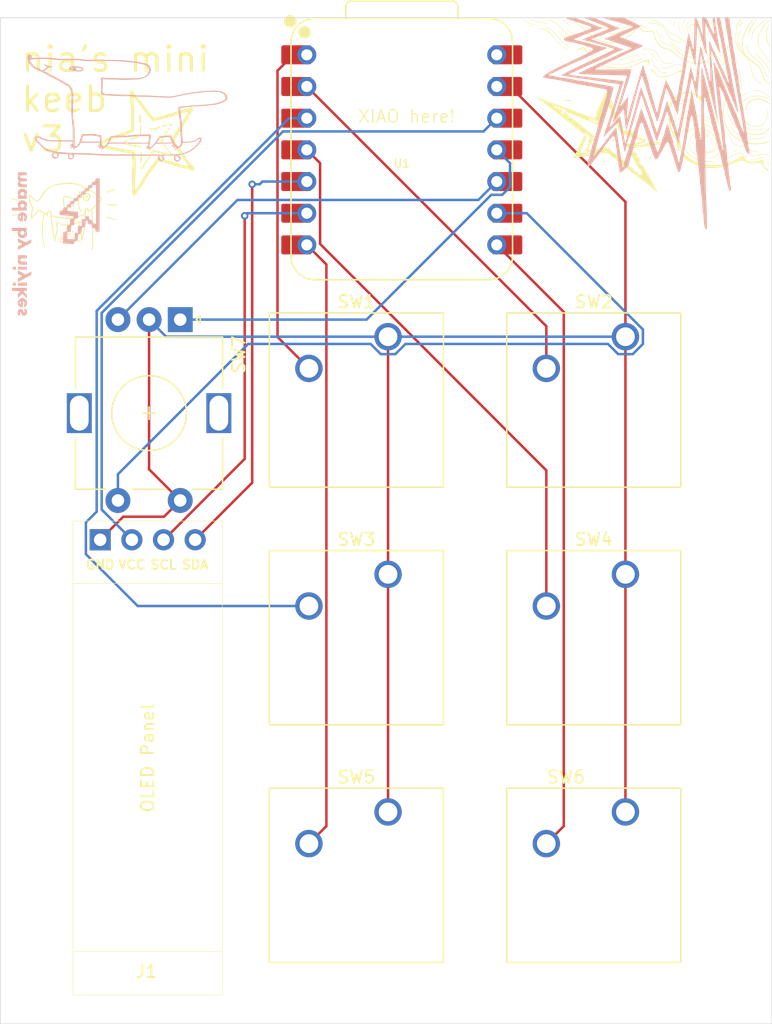
<source format=kicad_pcb>
(kicad_pcb (version 20241229) (generator "pcbnew") (generator_version "9.0")
  (layers (0 "F.Cu" signal) (2 "B.Cu" signal) (13 "F.Paste" user) (15 "B.Paste" user) (5 "F.SilkS" user "F.Silkscreen") (7 "B.SilkS" user "B.Silkscreen") (1 "F.Mask" user) (3 "B.Mask" user) (25 "Edge.Cuts" user))
  (net 0 "")
  (net 1 "Net-(J1-Pin_3)")
  (net 2 "Net-(J1-Pin_4)")
  (net 3 "+5V")
  (net 4 "GND")
  (net 5 "Net-(J1-Pin_2)")
  (net 6 "Net-(U1-GPIO26{slash}ADC0{slash}A0)")
  (net 7 "Net-(U1-GPIO2{slash}SCK)")
  (net 8 "Net-(U1-GPIO4{slash}MISO)")
  (net 9 "Net-(U1-GPIO3{slash}MOSI)")
  (net 10 "Net-(U1-GPIO0{slash}TX)")
  (net 11 "Net-(U1-GPIO27{slash}ADC1{slash}A1)")
  (net 12 "Net-(U1-GPIO28{slash}ADC2{slash}A2)")
  (net 13 "Net-(U1-GPIO29{slash}ADC3{slash}A3)")
  (net 14 "Net-(U1-GPIO1{slash}RX)")
  (footprint "Button_Switch_Keyboard:SW_Cherry_MX_1.00u_PCB" (layer "F.Cu") (at 93.0275 109.22)
    (property "Reference" "SW2" (at -2.54 -2.794 0) (layer "F.SilkS"))
    (property "Value" "SW_Push")
    (pad "" np_thru_hole circle (at -7.62 5.08) (size 1.7 1.7) (drill 1.7) (layers "*.Cu" "*.Mask"))
    (pad "" np_thru_hole circle (at -2.54 5.08) (size 4 4) (drill 4) (layers "*.Cu" "*.Mask"))
    (pad "" np_thru_hole circle (at 2.54 5.08) (size 1.7 1.7) (drill 1.7) (layers "*.Cu" "*.Mask"))
    (pad "1" thru_hole circle (at 0 0) (size 2.2 2.2) (drill 1.5) (layers "*.Cu" "*.Mask") (net 4 "GND"))
    (pad "2" thru_hole circle (at -6.35 2.54) (size 2.2 2.2) (drill 1.5) (layers "*.Cu" "*.Mask") (net 11 "Net-(U1-GPIO27{slash}ADC1{slash}A1)"))
  )
  (footprint "silkscreen images:st1" (layer "F.Cu") (at 91.501702 93.290547 -90)
    (property "Reference" "G***" (hide yes))
    (property "Value" "LOGO" (hide yes))
  )
  (footprint "Button_Switch_Keyboard:SW_Cherry_MX_1.00u_PCB" (layer "F.Cu") (at 93.0275 147.32)
    (property "Reference" "SW6" (at -4.7625 -2.794 0) (layer "F.SilkS"))
    (property "Value" "SW_Push")
    (pad "" np_thru_hole circle (at -7.62 5.08) (size 1.7 1.7) (drill 1.7) (layers "*.Cu" "*.Mask"))
    (pad "" np_thru_hole circle (at -2.54 5.08) (size 4 4) (drill 4) (layers "*.Cu" "*.Mask"))
    (pad "" np_thru_hole circle (at 2.54 5.08) (size 1.7 1.7) (drill 1.7) (layers "*.Cu" "*.Mask"))
    (pad "1" thru_hole circle (at 0 0) (size 2.2 2.2) (drill 1.5) (layers "*.Cu" "*.Mask") (net 4 "GND"))
    (pad "2" thru_hole circle (at -6.35 2.54) (size 2.2 2.2) (drill 1.5) (layers "*.Cu" "*.Mask") (net 14 "Net-(U1-GPIO1{slash}RX)"))
  )
  (footprint "Button_Switch_Keyboard:SW_Cherry_MX_1.00u_PCB" (layer "F.Cu") (at 93.0275 128.27)
    (property "Reference" "SW4" (at -2.54 -2.794 0) (layer "F.SilkS"))
    (property "Value" "SW_Push")
    (pad "" np_thru_hole circle (at -7.62 5.08) (size 1.7 1.7) (drill 1.7) (layers "*.Cu" "*.Mask"))
    (pad "" np_thru_hole circle (at -2.54 5.08) (size 4 4) (drill 4) (layers "*.Cu" "*.Mask"))
    (pad "" np_thru_hole circle (at 2.54 5.08) (size 1.7 1.7) (drill 1.7) (layers "*.Cu" "*.Mask"))
    (pad "1" thru_hole circle (at 0 0) (size 2.2 2.2) (drill 1.5) (layers "*.Cu" "*.Mask") (net 4 "GND"))
    (pad "2" thru_hole circle (at -6.35 2.54) (size 2.2 2.2) (drill 1.5) (layers "*.Cu" "*.Mask") (net 13 "Net-(U1-GPIO29{slash}ADC3{slash}A3)"))
  )
  (footprint "Rotary_Encoder:RotaryEncoder_Alps_EC11E-Switch_Vertical_H20mm" (layer "F.Cu") (at 57.3 107.85 -90)
    (property "Reference" "SW7" (at 2.8 -4.7 90) (layer "F.SilkS"))
    (property "Value" "RotaryEncoder_Switch")
    (pad "A" thru_hole rect (at 0 0 270) (size 2 2) (drill 1) (layers "*.Cu" "*.Mask") (net 9 "Net-(U1-GPIO3{slash}MOSI)"))
    (pad "B" thru_hole circle (at 0 5 270) (size 2 2) (drill 1) (layers "*.Cu" "*.Mask") (net 8 "Net-(U1-GPIO4{slash}MISO)"))
    (pad "C" thru_hole circle (at 0 2.5 270) (size 2 2) (drill 1) (layers "*.Cu" "*.Mask") (net 4 "GND"))
    (pad "MP" thru_hole rect (at 7.5 -3.1 270) (size 3.2 2) (drill oval 2.8 1.5) (layers "*.Cu" "*.Mask"))
    (pad "MP" thru_hole rect (at 7.5 8.1 270) (size 3.2 2) (drill oval 2.8 1.5) (layers "*.Cu" "*.Mask"))
    (pad "S1" thru_hole circle (at 14.5 5 270) (size 2 2) (drill 1) (layers "*.Cu" "*.Mask") (net 7 "Net-(U1-GPIO2{slash}SCK)"))
    (pad "S2" thru_hole circle (at 14.5 0 270) (size 2 2) (drill 1) (layers "*.Cu" "*.Mask") (net 4 "GND"))
  )
  (footprint "silkscreen images:corner1" (layer "F.Cu") (at 94.6 89.9 90)
    (property "Reference" "G***" (hide yes))
    (property "Value" "LOGO" (hide yes))
  )
  (footprint "Button_Switch_Keyboard:SW_Cherry_MX_1.00u_PCB" (layer "F.Cu") (at 73.9775 128.27)
    (property "Reference" "SW3" (at -2.54 -2.794 0) (layer "F.SilkS"))
    (property "Value" "SW_Push")
    (pad "" np_thru_hole circle (at -7.62 5.08) (size 1.7 1.7) (drill 1.7) (layers "*.Cu" "*.Mask"))
    (pad "" np_thru_hole circle (at -2.54 5.08) (size 4 4) (drill 4) (layers "*.Cu" "*.Mask"))
    (pad "" np_thru_hole circle (at 2.54 5.08) (size 1.7 1.7) (drill 1.7) (layers "*.Cu" "*.Mask"))
    (pad "1" thru_hole circle (at 0 0) (size 2.2 2.2) (drill 1.5) (layers "*.Cu" "*.Mask") (net 4 "GND"))
    (pad "2" thru_hole circle (at -6.35 2.54) (size 2.2 2.2) (drill 1.5) (layers "*.Cu" "*.Mask") (net 12 "Net-(U1-GPIO28{slash}ADC2{slash}A2)"))
  )
  (footprint "silkscreen images:cat final" (layer "F.Cu") (at 48.1 98.7)
    (property "Reference" "G***" (hide yes))
    (property "Value" "LOGO" (hide yes))
  )
  (footprint "Button_Switch_Keyboard:SW_Cherry_MX_1.00u_PCB" (layer "F.Cu") (at 73.9775 147.32)
    (property "Reference" "SW5" (at -2.54 -2.794 0) (layer "F.SilkS"))
    (property "Value" "SW_Push")
    (pad "" np_thru_hole circle (at -7.62 5.08) (size 1.7 1.7) (drill 1.7) (layers "*.Cu" "*.Mask"))
    (pad "" np_thru_hole circle (at -2.54 5.08) (size 4 4) (drill 4) (layers "*.Cu" "*.Mask"))
    (pad "" np_thru_hole circle (at 2.54 5.08) (size 1.7 1.7) (drill 1.7) (layers "*.Cu" "*.Mask"))
    (pad "1" thru_hole circle (at 0 0) (size 2.2 2.2) (drill 1.5) (layers "*.Cu" "*.Mask") (net 4 "GND"))
    (pad "2" thru_hole circle (at -6.35 2.54) (size 2.2 2.2) (drill 1.5) (layers "*.Cu" "*.Mask") (net 10 "Net-(U1-GPIO0{slash}TX)"))
  )
  (footprint "silkscreen images:st2" (layer "F.Cu") (at 54.4 93.1)
    (property "Reference" "G***" (hide yes))
    (property "Value" "LOGO" (hide yes))
  )
  (footprint "Button_Switch_Keyboard:SW_Cherry_MX_1.00u_PCB" (layer "F.Cu") (at 73.9775 109.22)
    (property "Reference" "SW1" (at -2.54 -2.794 0) (layer "F.SilkS"))
    (property "Value" "SW_Push")
    (pad "" np_thru_hole circle (at -7.62 5.08) (size 1.7 1.7) (drill 1.7) (layers "*.Cu" "*.Mask"))
    (pad "" np_thru_hole circle (at -2.54 5.08) (size 4 4) (drill 4) (layers "*.Cu" "*.Mask"))
    (pad "" np_thru_hole circle (at 2.54 5.08) (size 1.7 1.7) (drill 1.7) (layers "*.Cu" "*.Mask"))
    (pad "1" thru_hole circle (at 0 0) (size 2.2 2.2) (drill 1.5) (layers "*.Cu" "*.Mask") (net 4 "GND"))
    (pad "2" thru_hole circle (at -6.35 2.54) (size 2.2 2.2) (drill 1.5) (layers "*.Cu" "*.Mask") (net 6 "Net-(U1-GPIO26{slash}ADC0{slash}A0)"))
  )
  (footprint "Seeed Studio XIAO Series Library:XIAO-RP2040-DIP" (layer "F.Cu") (at 75.08 94.24)
    (property "Reference" "U1" (at 0 1.10025 0) (layer "F.SilkS") (effects (font (size 0.635 0.635) (thickness 0.1016))))
    (property "Value" "XIAO-RP2040-DIP")
    (pad "1" smd roundrect (at -8.455 -7.62 180) (size 2.432 1.524) (layers "F.Cu" "F.Mask") (roundrect_rratio 0.1) (net 6 "Net-(U1-GPIO26{slash}ADC0{slash}A0)"))
    (pad "1" thru_hole circle (at -7.62 -7.62 180) (size 1.524 1.524) (drill 0.889) (layers "*.Cu" "*.Mask") (net 6 "Net-(U1-GPIO26{slash}ADC0{slash}A0)"))
    (pad "2" smd roundrect (at -8.455 -5.08 180) (size 2.432 1.524) (layers "F.Cu" "F.Mask") (roundrect_rratio 0.1) (net 11 "Net-(U1-GPIO27{slash}ADC1{slash}A1)"))
    (pad "2" thru_hole circle (at -7.62 -5.08 180) (size 1.524 1.524) (drill 0.889) (layers "*.Cu" "*.Mask") (net 11 "Net-(U1-GPIO27{slash}ADC1{slash}A1)"))
    (pad "3" smd roundrect (at -8.455 -2.54 180) (size 2.432 1.524) (layers "F.Cu" "F.Mask") (roundrect_rratio 0.1) (net 12 "Net-(U1-GPIO28{slash}ADC2{slash}A2)"))
    (pad "3" thru_hole circle (at -7.62 -2.54 180) (size 1.524 1.524) (drill 0.889) (layers "*.Cu" "*.Mask") (net 12 "Net-(U1-GPIO28{slash}ADC2{slash}A2)"))
    (pad "4" smd roundrect (at -8.455 0 180) (size 2.432 1.524) (layers "F.Cu" "F.Mask") (roundrect_rratio 0.1) (net 13 "Net-(U1-GPIO29{slash}ADC3{slash}A3)"))
    (pad "4" thru_hole circle (at -7.62 0 180) (size 1.524 1.524) (drill 0.889) (layers "*.Cu" "*.Mask") (net 13 "Net-(U1-GPIO29{slash}ADC3{slash}A3)"))
    (pad "5" smd roundrect (at -8.455 2.54 180) (size 2.432 1.524) (layers "F.Cu" "F.Mask") (roundrect_rratio 0.1) (net 2 "Net-(J1-Pin_4)"))
    (pad "5" thru_hole circle (at -7.62 2.54 180) (size 1.524 1.524) (drill 0.889) (layers "*.Cu" "*.Mask") (net 2 "Net-(J1-Pin_4)"))
    (pad "6" smd roundrect (at -8.455 5.08 180) (size 2.432 1.524) (layers "F.Cu" "F.Mask") (roundrect_rratio 0.1) (net 1 "Net-(J1-Pin_3)"))
    (pad "6" thru_hole circle (at -7.62 5.08 180) (size 1.524 1.524) (drill 0.889) (layers "*.Cu" "*.Mask") (net 1 "Net-(J1-Pin_3)"))
    (pad "7" smd roundrect (at -8.455 7.62 180) (size 2.432 1.524) (layers "F.Cu" "F.Mask") (roundrect_rratio 0.1) (net 10 "Net-(U1-GPIO0{slash}TX)"))
    (pad "7" thru_hole circle (at -7.62 7.62 180) (size 1.524 1.524) (drill 0.889) (layers "*.Cu" "*.Mask") (net 10 "Net-(U1-GPIO0{slash}TX)"))
    (pad "8" thru_hole circle (at 7.62 7.62) (size 1.524 1.524) (drill 0.889) (layers "*.Cu" "*.Mask") (net 14 "Net-(U1-GPIO1{slash}RX)"))
    (pad "8" smd roundrect (at 8.455 7.62) (size 2.432 1.524) (layers "F.Cu" "F.Mask") (roundrect_rratio 0.1) (net 14 "Net-(U1-GPIO1{slash}RX)"))
    (pad "9" thru_hole circle (at 7.62 5.08) (size 1.524 1.524) (drill 0.889) (layers "*.Cu" "*.Mask") (net 7 "Net-(U1-GPIO2{slash}SCK)"))
    (pad "9" smd roundrect (at 8.455 5.08) (size 2.432 1.524) (layers "F.Cu" "F.Mask") (roundrect_rratio 0.1) (net 7 "Net-(U1-GPIO2{slash}SCK)"))
    (pad "10" thru_hole circle (at 7.62 2.54) (size 1.524 1.524) (drill 0.889) (layers "*.Cu" "*.Mask") (net 8 "Net-(U1-GPIO4{slash}MISO)"))
    (pad "10" smd roundrect (at 8.455 2.54) (size 2.432 1.524) (layers "F.Cu" "F.Mask") (roundrect_rratio 0.1) (net 8 "Net-(U1-GPIO4{slash}MISO)"))
    (pad "11" thru_hole circle (at 7.62 0) (size 1.524 1.524) (drill 0.889) (layers "*.Cu" "*.Mask") (net 9 "Net-(U1-GPIO3{slash}MOSI)"))
    (pad "11" smd roundrect (at 8.455 0) (size 2.432 1.524) (layers "F.Cu" "F.Mask") (roundrect_rratio 0.1) (net 9 "Net-(U1-GPIO3{slash}MOSI)"))
    (pad "12" thru_hole circle (at 7.62 -2.54) (size 1.524 1.524) (drill 0.889) (layers "*.Cu" "*.Mask") (net 5 "Net-(J1-Pin_2)"))
    (pad "12" smd roundrect (at 8.455 -2.54) (size 2.432 1.524) (layers "F.Cu" "F.Mask") (roundrect_rratio 0.1) (net 5 "Net-(J1-Pin_2)"))
    (pad "13" thru_hole circle (at 7.62 -5.08) (size 1.524 1.524) (drill 0.889) (layers "*.Cu" "*.Mask") (net 4 "GND"))
    (pad "13" smd roundrect (at 8.455 -5.08) (size 2.432 1.524) (layers "F.Cu" "F.Mask") (roundrect_rratio 0.1) (net 4 "GND"))
    (pad "14" thru_hole circle (at 7.62 -7.62) (size 1.524 1.524) (drill 0.889) (layers "*.Cu" "*.Mask") (net 3 "+5V"))
    (pad "14" smd roundrect (at 8.455 -7.62) (size 2.432 1.524) (layers "F.Cu" "F.Mask") (roundrect_rratio 0.1) (net 3 "+5V"))
  )
  (footprint "OLEDS:SSD1306-0.91-OLED-4pin-128x32" (layer "F.Cu") (at 48.69 162 90)
    (property "Reference" "J1" (at 1.9 5.91 0) (layer "F.SilkS"))
    (property "Value" "Conn_01x04_Pin")
    (fp_text user "VCC" (at 34.5 4.73 0) (layer "F.SilkS") (effects (font (size 0.75 0.75))))
    (fp_text user "SDA" (at 34.5 9.81 0) (layer "F.SilkS") (effects (font (size 0.75 0.75))))
    (fp_text user "GND" (at 34.5 2.19 0) (layer "F.SilkS") (effects (font (size 0.75 0.75))))
    (fp_text user "SCL" (at 34.5 7.27 0) (layer "F.SilkS") (effects (font (size 0.75 0.75))))
    (fp_text user "OLED Panel" (at 19 6 90) (layer "F.SilkS"))
    (pad "1" thru_hole rect (at 36.5 2.19 90) (size 1.7 1.7) (drill 1) (layers "*.Cu" "*.Mask") (net 4 "GND"))
    (pad "2" thru_hole oval (at 36.5 4.73 90) (size 1.7 1.7) (drill 1) (layers "*.Cu" "*.Mask") (net 5 "Net-(J1-Pin_2)"))
    (pad "3" thru_hole oval (at 36.5 7.27 90) (size 1.7 1.7) (drill 1) (layers "*.Cu" "*.Mask") (net 1 "Net-(J1-Pin_3)"))
    (pad "4" thru_hole oval (at 36.5 9.81 90) (size 1.7 1.7) (drill 1) (layers "*.Cu" "*.Mask") (net 2 "Net-(J1-Pin_4)"))
  )
  (footprint "silkscreen images:mousey" (layer "B.Cu") (at 49.5 99.7 180)
    (property "Reference" "G***" (hide yes))
    (property "Value" "LOGO" (hide yes))
  )
  (footprint "silkscreen images:made by final" (layer "B.Cu") (at 44.7 101.8 -90)
    (property "Reference" "G***" (hide yes))
    (property "Value" "LOGO" (hide yes))
  )
  (footprint "silkscreen images:dawg" (layer "B.Cu") (at 52.5 90.388084 180)
    (property "Reference" "G***" (hide yes))
    (property "Value" "LOGO" (hide yes))
  )
  (footprint "silkscreen images:explooooode" (layer "B.Cu") (at 94.7 92.1 180)
    (property "Reference" "G***" (hide yes))
    (property "Value" "LOGO" (hide yes))
  )
  (gr_rect (start 42.8625 83.64375) (end 104.775 164.30625) (stroke (width 0.05)) (fill no) (layer "Edge.Cuts"))
  (gr_text "nia's mini\nkeeb\nv3" (at 44.41 94.57 0) (layer "F.SilkS") (effects (font (size 2 2) (thickness 0.25)) (justify left bottom)))
  (gr_text "XIAO here!" (at 71.5 92.14 0) (layer "F.SilkS") (effects (font (size 1 1) (thickness 0.1)) (justify left bottom)))
  (segment (start 55.989892 125.5) (end 62.475 119.014892) (width 0.2) (layer "F.Cu") (net 1))
  (segment (start 55.96 125.5) (end 55.989892 125.5) (width 0.2) (layer "F.Cu") (net 1))
  (segment (start 62.475 119.014892) (end 62.475 99.525) (width 0.2) (layer "F.Cu") (net 1))
  (via (at 62.475 99.525) (size 0.6) (drill 0.3) (layers "F.Cu" "B.Cu") (net 1))
  (segment (start 62.68 99.32) (end 67.46 99.32) (width 0.2) (layer "B.Cu") (net 1))
  (segment (start 62.475 99.525) (end 62.68 99.32) (width 0.2) (layer "B.Cu") (net 1))
  (segment (start 58.5 125.5) (end 63.075 120.925) (width 0.2) (layer "F.Cu") (net 2))
  (segment (start 63.075 120.925) (end 63.075 97) (width 0.2) (layer "F.Cu") (net 2))
  (via (at 63.075 97) (size 0.6) (drill 0.3) (layers "F.Cu" "B.Cu") (net 2))
  (segment (start 63.895 96.78) (end 67.46 96.78) (width 0.2) (layer "B.Cu") (net 2))
  (segment (start 63.075 97) (end 63.675 97) (width 0.2) (layer "B.Cu") (net 2))
  (segment (start 63.675 97) (end 63.895 96.78) (width 0.2) (layer "B.Cu") (net 2))
  (segment (start 93.0275 128.27) (end 93.0275 147.32) (width 0.2) (layer "F.Cu") (net 4))
  (segment (start 73.9775 128.27) (end 73.9775 147.32) (width 0.2) (layer "F.Cu") (net 4))
  (segment (start 93.0275 98.40987) (end 83.77763 89.16) (width 0.2) (layer "F.Cu") (net 4))
  (segment (start 55.999 123.651) (end 52.729 123.651) (width 0.2) (layer "F.Cu") (net 4))
  (segment (start 93.0275 128.27) (end 93.0275 109.22) (width 0.2) (layer "F.Cu") (net 4))
  (segment (start 93.0275 109.22) (end 93.0275 98.40987) (width 0.2) (layer "F.Cu") (net 4))
  (segment (start 83.77763 89.16) (end 82.7 89.16) (width 0.2) (layer "F.Cu") (net 4))
  (segment (start 52.729 123.651) (end 50.88 125.5) (width 0.2) (layer "F.Cu") (net 4))
  (segment (start 54.8 119.85) (end 54.8 107.85) (width 0.2) (layer "F.Cu") (net 4))
  (segment (start 73.9775 109.22) (end 73.9775 128.27) (width 0.2) (layer "F.Cu") (net 4))
  (segment (start 57.3 122.35) (end 55.999 123.651) (width 0.2) (layer "F.Cu") (net 4))
  (segment (start 57.3 122.35) (end 54.8 119.85) (width 0.2) (layer "F.Cu") (net 4))
  (segment (start 56.17 109.22) (end 73.9775 109.22) (width 0.2) (layer "B.Cu") (net 4))
  (segment (start 54.8 107.85) (end 56.17 109.22) (width 0.2) (layer "B.Cu") (net 4))
  (segment (start 73.9775 109.22) (end 93.0275 109.22) (width 0.2) (layer "B.Cu") (net 4))
  (segment (start 50.999 123.079) (end 50.999 107.311108) (width 0.2) (layer "B.Cu") (net 5))
  (segment (start 53.42 125.5) (end 50.999 123.079) (width 0.2) (layer "B.Cu") (net 5))
  (segment (start 50.999 107.311108) (end 65.547108 92.763) (width 0.2) (layer "B.Cu") (net 5))
  (segment (start 65.547108 92.763) (end 81.637 92.763) (width 0.2) (layer "B.Cu") (net 5))
  (segment (start 81.637 92.763) (end 82.7 91.7) (width 0.2) (layer "B.Cu") (net 5))
  (segment (start 67.6275 111.76) (end 65.108 109.2405) (width 0.2) (layer "F.Cu") (net 6))
  (segment (start 65.108 109.2405) (end 65.108 87.89437) (width 0.2) (layer "F.Cu") (net 6))
  (segment (start 65.108 87.89437) (end 66.38237 86.62) (width 0.2) (layer "F.Cu") (net 6))
  (segment (start 66.38237 86.62) (end 67.46 86.62) (width 0.2) (layer "F.Cu") (net 6))
  (segment (start 52.3 120.248) (end 62.747686 109.800314) (width 0.2) (layer "B.Cu") (net 7))
  (segment (start 75.3785 109.800314) (end 91.6265 109.800314) (width 0.2) (layer "B.Cu") (net 7))
  (segment (start 92.447186 110.621) (end 93.607814 110.621) (width 0.2) (layer "B.Cu") (net 7))
  (segment (start 73.397186 110.621) (end 74.557814 110.621) (width 0.2) (layer "B.Cu") (net 7))
  (segment (start 85.108814 99.32) (end 82.7 99.32) (width 0.2) (layer "B.Cu") (net 7))
  (segment (start 52.3 122.35) (end 52.3 120.248) (width 0.2) (layer "B.Cu") (net 7))
  (segment (start 62.747686 109.800314) (end 72.5765 109.800314) (width 0.2) (layer "B.Cu") (net 7))
  (segment (start 94.4285 108.639686) (end 85.108814 99.32) (width 0.2) (layer "B.Cu") (net 7))
  (segment (start 74.557814 110.621) (end 75.3785 109.800314) (width 0.2) (layer "B.Cu") (net 7))
  (segment (start 72.5765 109.800314) (end 73.397186 110.621) (width 0.2) (layer "B.Cu") (net 7))
  (segment (start 93.607814 110.621) (end 94.4285 109.800314) (width 0.2) (layer "B.Cu") (net 7))
  (segment (start 91.6265 109.800314) (end 92.447186 110.621) (width 0.2) (layer "B.Cu") (net 7))
  (segment (start 94.4285 109.800314) (end 94.4285 108.639686) (width 0.2) (layer "B.Cu") (net 7))
  (segment (start 52.3 107.85) (end 61.893 98.257) (width 0.2) (layer "B.Cu") (net 8))
  (segment (start 61.893 98.257) (end 81.223 98.257) (width 0.2) (layer "B.Cu") (net 8))
  (segment (start 81.223 98.257) (end 82.7 96.78) (width 0.2) (layer "B.Cu") (net 8))
  (segment (start 57.3 107.85) (end 72.25269 107.85) (width 0.2) (layer "B.Cu") (net 9))
  (segment (start 83.763 97.22031) (end 83.763 95.303) (width 0.2) (layer "B.Cu") (net 9))
  (segment (start 83.763 95.303) (end 82.7 94.24) (width 0.2) (layer "B.Cu") (net 9))
  (segment (start 83.14031 97.843) (end 83.763 97.22031) (width 0.2) (layer "B.Cu") (net 9))
  (segment (start 82.25969 97.843) (end 83.14031 97.843) (width 0.2) (layer "B.Cu") (net 9))
  (segment (start 72.25269 107.85) (end 82.25969 97.843) (width 0.2) (layer "B.Cu") (net 9))
  (segment (start 67.6275 149.86) (end 69.0285 148.459) (width 0.2) (layer "F.Cu") (net 10))
  (segment (start 69.0285 148.459) (end 69.0285 103.4285) (width 0.2) (layer "F.Cu") (net 10))
  (segment (start 69.0285 103.4285) (end 67.46 101.86) (width 0.2) (layer "F.Cu") (net 10))
  (segment (start 86.6775 111.76) (end 86.6775 108.3775) (width 0.2) (layer "F.Cu") (net 11))
  (segment (start 86.6775 108.3775) (end 67.46 89.16) (width 0.2) (layer "F.Cu") (net 11))
  (segment (start 67.6275 130.81) (end 53.888 130.81) (width 0.2) (layer "B.Cu") (net 12))
  (segment (start 50.598 123.2451) (end 50.598 107.145008) (width 0.2) (layer "B.Cu") (net 12))
  (segment (start 66.043008 91.7) (end 67.46 91.7) (width 0.2) (layer "B.Cu") (net 12))
  (segment (start 50.598 107.145008) (end 66.043008 91.7) (width 0.2) (layer "B.Cu") (net 12))
  (segment (start 49.729 124.1141) (end 50.598 123.2451) (width 0.2) (layer "B.Cu") (net 12))
  (segment (start 49.729 126.651) (end 49.729 124.1141) (width 0.2) (layer "B.Cu") (net 12))
  (segment (start 53.888 130.81) (end 49.729 126.651) (width 0.2) (layer "B.Cu") (net 12))
  (segment (start 68.523 95.303) (end 67.46 94.24) (width 0.2) (layer "F.Cu") (net 13))
  (segment (start 68.523 101.784186) (end 68.523 95.303) (width 0.2) (layer "F.Cu") (net 13))
  (segment (start 86.6775 130.81) (end 86.6775 119.938686) (width 0.2) (layer "F.Cu") (net 13))
  (segment (start 86.6775 119.938686) (end 68.523 101.784186) (width 0.2) (layer "F.Cu") (net 13))
  (segment (start 86.6775 149.86) (end 88.0785 148.459) (width 0.2) (layer "F.Cu") (net 14))
  (segment (start 88.0785 107.2385) (end 82.7 101.86) (width 0.2) (layer "F.Cu") (net 14))
  (segment (start 88.0785 148.459) (end 88.0785 107.2385) (width 0.2) (layer "F.Cu") (net 14))
)
</source>
